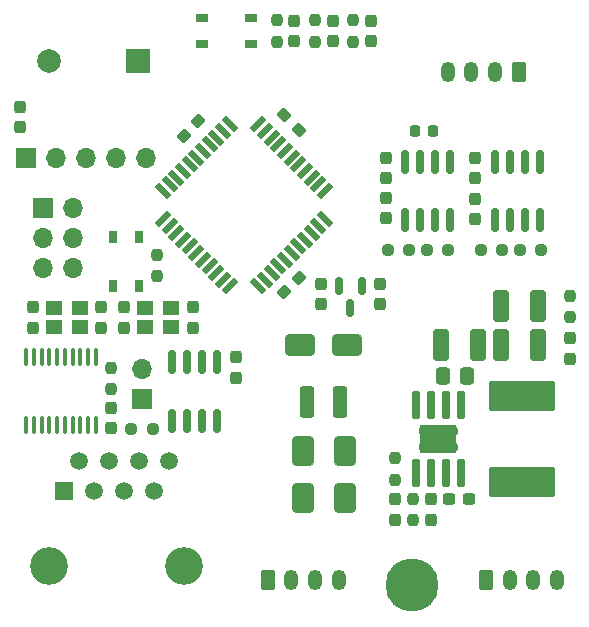
<source format=gbr>
%TF.GenerationSoftware,KiCad,Pcbnew,8.0.2*%
%TF.CreationDate,2024-06-12T01:24:27+02:00*%
%TF.ProjectId,JK-BMS_CAN,4a4b2d42-4d53-45f4-9341-4e2e6b696361,rev?*%
%TF.SameCoordinates,Original*%
%TF.FileFunction,Soldermask,Top*%
%TF.FilePolarity,Negative*%
%FSLAX46Y46*%
G04 Gerber Fmt 4.6, Leading zero omitted, Abs format (unit mm)*
G04 Created by KiCad (PCBNEW 8.0.2) date 2024-06-12 01:24:27*
%MOMM*%
%LPD*%
G01*
G04 APERTURE LIST*
G04 Aperture macros list*
%AMRoundRect*
0 Rectangle with rounded corners*
0 $1 Rounding radius*
0 $2 $3 $4 $5 $6 $7 $8 $9 X,Y pos of 4 corners*
0 Add a 4 corners polygon primitive as box body*
4,1,4,$2,$3,$4,$5,$6,$7,$8,$9,$2,$3,0*
0 Add four circle primitives for the rounded corners*
1,1,$1+$1,$2,$3*
1,1,$1+$1,$4,$5*
1,1,$1+$1,$6,$7*
1,1,$1+$1,$8,$9*
0 Add four rect primitives between the rounded corners*
20,1,$1+$1,$2,$3,$4,$5,0*
20,1,$1+$1,$4,$5,$6,$7,0*
20,1,$1+$1,$6,$7,$8,$9,0*
20,1,$1+$1,$8,$9,$2,$3,0*%
%AMRotRect*
0 Rectangle, with rotation*
0 The origin of the aperture is its center*
0 $1 length*
0 $2 width*
0 $3 Rotation angle, in degrees counterclockwise*
0 Add horizontal line*
21,1,$1,$2,0,0,$3*%
G04 Aperture macros list end*
%ADD10RoundRect,0.237500X0.237500X-0.287500X0.237500X0.287500X-0.237500X0.287500X-0.237500X-0.287500X0*%
%ADD11RoundRect,0.237500X0.237500X-0.300000X0.237500X0.300000X-0.237500X0.300000X-0.237500X-0.300000X0*%
%ADD12RoundRect,0.237500X0.250000X0.237500X-0.250000X0.237500X-0.250000X-0.237500X0.250000X-0.237500X0*%
%ADD13RoundRect,0.250000X-0.350000X-0.625000X0.350000X-0.625000X0.350000X0.625000X-0.350000X0.625000X0*%
%ADD14O,1.200000X1.750000*%
%ADD15RoundRect,0.237500X-0.237500X0.300000X-0.237500X-0.300000X0.237500X-0.300000X0.237500X0.300000X0*%
%ADD16RoundRect,0.237500X-0.237500X0.250000X-0.237500X-0.250000X0.237500X-0.250000X0.237500X0.250000X0*%
%ADD17RoundRect,0.250000X1.000000X0.650000X-1.000000X0.650000X-1.000000X-0.650000X1.000000X-0.650000X0*%
%ADD18RoundRect,0.237500X-0.044194X-0.380070X0.380070X0.044194X0.044194X0.380070X-0.380070X-0.044194X0*%
%ADD19RoundRect,0.250000X-0.650000X1.000000X-0.650000X-1.000000X0.650000X-1.000000X0.650000X1.000000X0*%
%ADD20RoundRect,0.237500X0.237500X-0.250000X0.237500X0.250000X-0.237500X0.250000X-0.237500X-0.250000X0*%
%ADD21RoundRect,0.100000X-0.100000X0.637500X-0.100000X-0.637500X0.100000X-0.637500X0.100000X0.637500X0*%
%ADD22R,2.000000X2.000000*%
%ADD23C,2.000000*%
%ADD24RoundRect,0.250000X-0.375000X-1.075000X0.375000X-1.075000X0.375000X1.075000X-0.375000X1.075000X0*%
%ADD25R,1.700000X1.700000*%
%ADD26O,1.700000X1.700000*%
%ADD27RoundRect,0.250000X-0.337500X-0.475000X0.337500X-0.475000X0.337500X0.475000X-0.337500X0.475000X0*%
%ADD28R,1.400000X1.200000*%
%ADD29C,4.500000*%
%ADD30RoundRect,0.150000X0.150000X-0.825000X0.150000X0.825000X-0.150000X0.825000X-0.150000X-0.825000X0*%
%ADD31RoundRect,0.102000X2.667000X1.206500X-2.667000X1.206500X-2.667000X-1.206500X2.667000X-1.206500X0*%
%ADD32RoundRect,0.150000X-0.150000X0.825000X-0.150000X-0.825000X0.150000X-0.825000X0.150000X0.825000X0*%
%ADD33RoundRect,0.218750X0.218750X0.256250X-0.218750X0.256250X-0.218750X-0.256250X0.218750X-0.256250X0*%
%ADD34RoundRect,0.237500X0.044194X0.380070X-0.380070X-0.044194X-0.044194X-0.380070X0.380070X0.044194X0*%
%ADD35RoundRect,0.237500X-0.250000X-0.237500X0.250000X-0.237500X0.250000X0.237500X-0.250000X0.237500X0*%
%ADD36RoundRect,0.237500X-0.300000X-0.237500X0.300000X-0.237500X0.300000X0.237500X-0.300000X0.237500X0*%
%ADD37RoundRect,0.150000X-0.150000X0.587500X-0.150000X-0.587500X0.150000X-0.587500X0.150000X0.587500X0*%
%ADD38R,1.050000X0.650000*%
%ADD39C,3.200000*%
%ADD40R,1.500000X1.500000*%
%ADD41C,1.500000*%
%ADD42RoundRect,0.250000X0.350000X0.625000X-0.350000X0.625000X-0.350000X-0.625000X0.350000X-0.625000X0*%
%ADD43RoundRect,0.250000X-0.412500X-1.100000X0.412500X-1.100000X0.412500X1.100000X-0.412500X1.100000X0*%
%ADD44R,3.100000X2.400000*%
%ADD45RoundRect,0.070000X-0.250000X1.100000X-0.250000X-1.100000X0.250000X-1.100000X0.250000X1.100000X0*%
%ADD46C,0.770000*%
%ADD47RotRect,1.500000X0.550000X45.000000*%
%ADD48RotRect,1.500000X0.550000X135.000000*%
%ADD49RoundRect,0.250000X0.412500X1.100000X-0.412500X1.100000X-0.412500X-1.100000X0.412500X-1.100000X0*%
%ADD50R,0.650000X1.050000*%
%ADD51RoundRect,0.237500X0.380070X-0.044194X-0.044194X0.380070X-0.380070X0.044194X0.044194X-0.380070X0*%
G04 APERTURE END LIST*
D10*
%TO.C,D4*%
X131318000Y-103999000D03*
X131318000Y-102249000D03*
%TD*%
D11*
%TO.C,C21*%
X92500000Y-109862500D03*
X92500000Y-108137500D03*
%TD*%
D12*
%TO.C,R13*%
X96012500Y-109950000D03*
X94187500Y-109950000D03*
%TD*%
D11*
%TO.C,C15*%
X93600000Y-101362500D03*
X93600000Y-99637500D03*
%TD*%
D13*
%TO.C,J2*%
X124250000Y-122750000D03*
D14*
X126250000Y-122750000D03*
X128250000Y-122750000D03*
X130250000Y-122750000D03*
%TD*%
D15*
%TO.C,C22*%
X103095000Y-103887500D03*
X103095000Y-105612500D03*
%TD*%
D16*
%TO.C,R7*%
X131318000Y-98655500D03*
X131318000Y-100480500D03*
%TD*%
D17*
%TO.C,D3*%
X112490000Y-102870000D03*
X108490000Y-102870000D03*
%TD*%
D16*
%TO.C,R5*%
X118033800Y-115851300D03*
X118033800Y-117676300D03*
%TD*%
D15*
%TO.C,C13*%
X110250000Y-97637500D03*
X110250000Y-99362500D03*
%TD*%
%TO.C,C14*%
X99400000Y-99637500D03*
X99400000Y-101362500D03*
%TD*%
D18*
%TO.C,C17*%
X98640120Y-85109880D03*
X99859880Y-83890120D03*
%TD*%
D15*
%TO.C,C9*%
X116509800Y-115901300D03*
X116509800Y-117626300D03*
%TD*%
D19*
%TO.C,D2*%
X112268000Y-111792000D03*
X112268000Y-115792000D03*
%TD*%
D12*
%TO.C,R3*%
X125610500Y-94750000D03*
X123785500Y-94750000D03*
%TD*%
D20*
%TO.C,R9*%
X106500000Y-77162500D03*
X106500000Y-75337500D03*
%TD*%
D21*
%TO.C,U6*%
X91175000Y-103887500D03*
X90525000Y-103887500D03*
X89875000Y-103887500D03*
X89225000Y-103887500D03*
X88575000Y-103887500D03*
X87925000Y-103887500D03*
X87275000Y-103887500D03*
X86625000Y-103887500D03*
X85975000Y-103887500D03*
X85325000Y-103887500D03*
X85325000Y-109612500D03*
X85975000Y-109612500D03*
X86625000Y-109612500D03*
X87275000Y-109612500D03*
X87925000Y-109612500D03*
X88575000Y-109612500D03*
X89225000Y-109612500D03*
X89875000Y-109612500D03*
X90525000Y-109612500D03*
X91175000Y-109612500D03*
%TD*%
D22*
%TO.C,BZ1*%
X94800000Y-78750000D03*
D23*
X87200000Y-78750000D03*
%TD*%
D24*
%TO.C,F1*%
X109090000Y-107696000D03*
X111890000Y-107696000D03*
%TD*%
D15*
%TO.C,C19*%
X91650000Y-99637500D03*
X91650000Y-101362500D03*
%TD*%
D25*
%TO.C,JP1*%
X95095000Y-107375000D03*
D26*
X95095000Y-104835000D03*
%TD*%
D12*
%TO.C,R1*%
X117736500Y-94750000D03*
X115911500Y-94750000D03*
%TD*%
D27*
%TO.C,C2*%
X120552300Y-105460800D03*
X122627300Y-105460800D03*
%TD*%
D28*
%TO.C,Y2*%
X89850000Y-99700000D03*
X87650000Y-99700000D03*
X87650000Y-101300000D03*
X89850000Y-101300000D03*
%TD*%
D11*
%TO.C,C23*%
X84750000Y-84362500D03*
X84750000Y-82637500D03*
%TD*%
D29*
%TO.C,H1*%
X118000000Y-123190000D03*
%TD*%
D16*
%TO.C,R8*%
X96400000Y-95187500D03*
X96400000Y-97012500D03*
%TD*%
D30*
%TO.C,U3*%
X124980400Y-92248500D03*
X126250400Y-92248500D03*
X127520400Y-92248500D03*
X128790400Y-92248500D03*
X128790400Y-87298500D03*
X127520400Y-87298500D03*
X126250400Y-87298500D03*
X124980400Y-87298500D03*
%TD*%
D13*
%TO.C,J1*%
X105750000Y-122750000D03*
D14*
X107750000Y-122750000D03*
X109750000Y-122750000D03*
X111750000Y-122750000D03*
%TD*%
D25*
%TO.C,J3*%
X85250000Y-87000000D03*
D26*
X87790000Y-87000000D03*
X90330000Y-87000000D03*
X92870000Y-87000000D03*
X95410000Y-87000000D03*
%TD*%
D31*
%TO.C,L1*%
X127304800Y-114413800D03*
X127304800Y-107175800D03*
%TD*%
D19*
%TO.C,D1*%
X108712000Y-111792000D03*
X108712000Y-115792000D03*
%TD*%
D10*
%TO.C,D8*%
X114500000Y-77125000D03*
X114500000Y-75375000D03*
%TD*%
D32*
%TO.C,U7*%
X101500000Y-104275000D03*
X100230000Y-104275000D03*
X98960000Y-104275000D03*
X97690000Y-104275000D03*
X97690000Y-109225000D03*
X98960000Y-109225000D03*
X100230000Y-109225000D03*
X101500000Y-109225000D03*
%TD*%
D33*
%TO.C,D5*%
X119787500Y-84750000D03*
X118212500Y-84750000D03*
%TD*%
D34*
%TO.C,C18*%
X108359880Y-97140120D03*
X107140120Y-98359880D03*
%TD*%
D20*
%TO.C,R11*%
X113000000Y-77162500D03*
X113000000Y-75337500D03*
%TD*%
D10*
%TO.C,D6*%
X108000000Y-77125000D03*
X108000000Y-75375000D03*
%TD*%
D35*
%TO.C,R4*%
X127087500Y-94750000D03*
X128912500Y-94750000D03*
%TD*%
D28*
%TO.C,Y1*%
X97600000Y-99700000D03*
X95400000Y-99700000D03*
X95400000Y-101300000D03*
X97600000Y-101300000D03*
%TD*%
D11*
%TO.C,C20*%
X85850000Y-101362500D03*
X85850000Y-99637500D03*
%TD*%
D36*
%TO.C,C6*%
X121108300Y-115874800D03*
X122833300Y-115874800D03*
%TD*%
D35*
%TO.C,R2*%
X119213500Y-94750000D03*
X121038500Y-94750000D03*
%TD*%
D37*
%TO.C,U4*%
X113700000Y-97812500D03*
X111800000Y-97812500D03*
X112750000Y-99687500D03*
%TD*%
D15*
%TO.C,C3*%
X119557800Y-115901300D03*
X119557800Y-117626300D03*
%TD*%
D38*
%TO.C,SW2*%
X104325000Y-77325000D03*
X100175000Y-77325000D03*
X104325000Y-75175000D03*
X100200000Y-75175000D03*
%TD*%
D16*
%TO.C,R12*%
X92500000Y-104737500D03*
X92500000Y-106562500D03*
%TD*%
D39*
%TO.C,J6*%
X87197500Y-121500000D03*
X98627500Y-121500000D03*
D40*
X88467500Y-115150000D03*
D41*
X89737500Y-112610000D03*
X91007500Y-115150000D03*
X92277500Y-112610000D03*
X93547500Y-115150000D03*
X94817500Y-112610000D03*
X96087500Y-115150000D03*
X97357500Y-112610000D03*
%TD*%
D25*
%TO.C,J4*%
X86725000Y-91225000D03*
D26*
X89265000Y-91225000D03*
X86725000Y-93765000D03*
X89265000Y-93765000D03*
X86725000Y-96305000D03*
X89265000Y-96305000D03*
%TD*%
D42*
%TO.C,J5*%
X127000000Y-79750000D03*
D14*
X125000000Y-79750000D03*
X123000000Y-79750000D03*
X121000000Y-79750000D03*
%TD*%
D20*
%TO.C,R10*%
X109750000Y-77162500D03*
X109750000Y-75337500D03*
%TD*%
D15*
%TO.C,C7*%
X115750000Y-86958500D03*
X115750000Y-88683500D03*
%TD*%
D43*
%TO.C,C1*%
X120408300Y-102793800D03*
X123533300Y-102793800D03*
%TD*%
D10*
%TO.C,D7*%
X111250000Y-77125000D03*
X111250000Y-75375000D03*
%TD*%
D11*
%TO.C,C5*%
X123326400Y-92160000D03*
X123326400Y-90435000D03*
%TD*%
D44*
%TO.C,U1*%
X120192800Y-110794800D03*
D45*
X122097800Y-107919800D03*
X120827800Y-107919800D03*
X119557800Y-107919800D03*
X118287800Y-107919800D03*
X118287800Y-113669800D03*
X119557800Y-113669800D03*
X120827800Y-113669800D03*
X122097800Y-113669800D03*
D46*
X121492800Y-110144800D03*
X120192800Y-110144800D03*
X118892800Y-110144800D03*
X121492800Y-111444800D03*
X120192800Y-111444800D03*
X118892800Y-111444800D03*
%TD*%
D47*
%TO.C,U5*%
X96891064Y-92202082D03*
X97456750Y-92767767D03*
X98022435Y-93333452D03*
X98588120Y-93899138D03*
X99153806Y-94464823D03*
X99719491Y-95030509D03*
X100285177Y-95596194D03*
X100850862Y-96161880D03*
X101416548Y-96727565D03*
X101982233Y-97293250D03*
X102547918Y-97858936D03*
D48*
X104952082Y-97858936D03*
X105517767Y-97293250D03*
X106083452Y-96727565D03*
X106649138Y-96161880D03*
X107214823Y-95596194D03*
X107780509Y-95030509D03*
X108346194Y-94464823D03*
X108911880Y-93899138D03*
X109477565Y-93333452D03*
X110043250Y-92767767D03*
X110608936Y-92202082D03*
D47*
X110608936Y-89797918D03*
X110043250Y-89232233D03*
X109477565Y-88666548D03*
X108911880Y-88100862D03*
X108346194Y-87535177D03*
X107780509Y-86969491D03*
X107214823Y-86403806D03*
X106649138Y-85838120D03*
X106083452Y-85272435D03*
X105517767Y-84706750D03*
X104952082Y-84141064D03*
D48*
X102547918Y-84141064D03*
X101982233Y-84706750D03*
X101416548Y-85272435D03*
X100850862Y-85838120D03*
X100285177Y-86403806D03*
X99719491Y-86969491D03*
X99153806Y-87535177D03*
X98588120Y-88100862D03*
X98022435Y-88666548D03*
X97456750Y-89232233D03*
X96891064Y-89797918D03*
%TD*%
D49*
%TO.C,C10*%
X128613300Y-102793800D03*
X125488300Y-102793800D03*
%TD*%
D50*
%TO.C,SW1*%
X92675000Y-97825000D03*
X92675000Y-93675000D03*
X94825000Y-97825000D03*
X94825000Y-93700000D03*
%TD*%
D16*
%TO.C,R6*%
X116509800Y-112422300D03*
X116509800Y-114247300D03*
%TD*%
D51*
%TO.C,C16*%
X108359880Y-84609880D03*
X107140120Y-83390120D03*
%TD*%
D49*
%TO.C,C11*%
X128613300Y-99491800D03*
X125488300Y-99491800D03*
%TD*%
D11*
%TO.C,C4*%
X115750000Y-92112500D03*
X115750000Y-90387500D03*
%TD*%
D15*
%TO.C,C8*%
X123326400Y-87006000D03*
X123326400Y-88731000D03*
%TD*%
D30*
%TO.C,U2*%
X117383400Y-92248500D03*
X118653400Y-92248500D03*
X119923400Y-92248500D03*
X121193400Y-92248500D03*
X121193400Y-87298500D03*
X119923400Y-87298500D03*
X118653400Y-87298500D03*
X117383400Y-87298500D03*
%TD*%
D15*
%TO.C,C12*%
X115250000Y-97637500D03*
X115250000Y-99362500D03*
%TD*%
M02*

</source>
